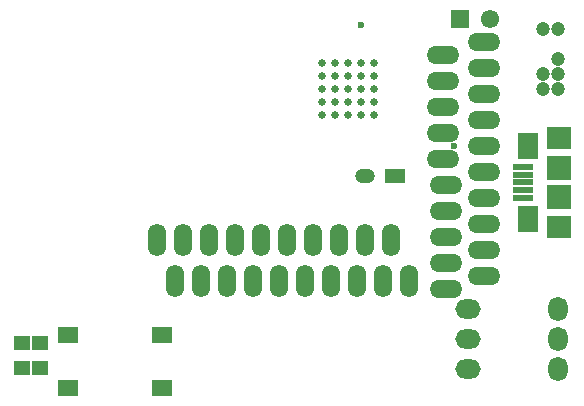
<source format=gts>
G04*
G04 #@! TF.GenerationSoftware,Altium Limited,Altium Designer,21.1.1 (26)*
G04*
G04 Layer_Color=8388736*
%FSLAX25Y25*%
%MOIN*%
G70*
G04*
G04 #@! TF.SameCoordinates,D6B6CD0C-24BE-41C4-A853-45D6888EAD6D*
G04*
G04*
G04 #@! TF.FilePolarity,Negative*
G04*
G01*
G75*
%ADD20R,0.05315X0.04921*%
%ADD21R,0.06693X0.05709*%
%ADD22R,0.08071X0.08071*%
%ADD23R,0.08071X0.07677*%
%ADD24R,0.07087X0.02165*%
%ADD25R,0.06890X0.08858*%
%ADD26R,0.06102X0.06102*%
%ADD27C,0.06102*%
%ADD28O,0.06102X0.10827*%
%ADD29O,0.10827X0.06102*%
%ADD30R,0.06591X0.04991*%
%ADD31O,0.06591X0.04991*%
%ADD32O,0.06591X0.08091*%
%ADD33O,0.08465X0.06496*%
%ADD34C,0.00591*%
%ADD35C,0.04724*%
%ADD36C,0.02362*%
%ADD37C,0.02559*%
D20*
X209500Y229566D02*
D03*
Y237834D02*
D03*
X215700Y229566D02*
D03*
Y237834D02*
D03*
D21*
X256250Y240558D02*
D03*
Y222842D02*
D03*
X224950D02*
D03*
Y240558D02*
D03*
D22*
X388400Y296024D02*
D03*
Y286576D02*
D03*
D23*
Y306261D02*
D03*
Y276339D02*
D03*
D24*
X376687Y291300D02*
D03*
Y288741D02*
D03*
Y286182D02*
D03*
Y293859D02*
D03*
Y296418D02*
D03*
D25*
X378361Y279095D02*
D03*
Y303505D02*
D03*
D26*
X355400Y345800D02*
D03*
D27*
X365400D02*
D03*
D28*
X303831Y258287D02*
D03*
X306587Y272067D02*
D03*
X332571D02*
D03*
X323910D02*
D03*
X315248D02*
D03*
X297926D02*
D03*
X289264D02*
D03*
X271941D02*
D03*
X263280D02*
D03*
X254619D02*
D03*
X280603D02*
D03*
X260524Y258287D02*
D03*
X269185D02*
D03*
X277847D02*
D03*
X286508D02*
D03*
X295170D02*
D03*
X312493D02*
D03*
X321154D02*
D03*
X329815D02*
D03*
X338477D02*
D03*
D29*
X363614Y303370D02*
D03*
X349835Y307701D02*
D03*
X363614Y260063D02*
D03*
Y268724D02*
D03*
Y277386D02*
D03*
Y286047D02*
D03*
Y294709D02*
D03*
Y312032D02*
D03*
Y320693D02*
D03*
Y329354D02*
D03*
Y338016D02*
D03*
X350835Y255732D02*
D03*
Y264394D02*
D03*
Y273055D02*
D03*
Y281716D02*
D03*
Y290378D02*
D03*
X349835Y299039D02*
D03*
Y316362D02*
D03*
Y325024D02*
D03*
Y333685D02*
D03*
D30*
X334000Y293500D02*
D03*
D31*
X324000D02*
D03*
D32*
X388366Y248994D02*
D03*
Y238994D02*
D03*
Y228994D02*
D03*
D33*
X358234Y249006D02*
D03*
Y239006D02*
D03*
Y229006D02*
D03*
D34*
X383300Y347400D02*
D03*
Y337400D02*
D03*
X388300Y347400D02*
D03*
Y337400D02*
D03*
X383300Y332400D02*
D03*
Y317400D02*
D03*
X388300D02*
D03*
D35*
X383300Y342400D02*
D03*
X388300D02*
D03*
Y332400D02*
D03*
X383300Y327400D02*
D03*
Y322400D02*
D03*
X388300Y327400D02*
D03*
Y322400D02*
D03*
D36*
X353600Y303400D02*
D03*
X322600Y343700D02*
D03*
D37*
X309669Y313669D02*
D03*
X314000D02*
D03*
X318331D02*
D03*
X322661D02*
D03*
X326992D02*
D03*
X309669Y318000D02*
D03*
X314000D02*
D03*
X318331D02*
D03*
X322661D02*
D03*
X326992D02*
D03*
X309669Y322331D02*
D03*
X314000D02*
D03*
X318331D02*
D03*
X322661D02*
D03*
X326992D02*
D03*
X309669Y326661D02*
D03*
X314000D02*
D03*
X318331D02*
D03*
X322661D02*
D03*
X326992D02*
D03*
X309669Y330992D02*
D03*
X314000D02*
D03*
X318331D02*
D03*
X322661D02*
D03*
X326992D02*
D03*
M02*

</source>
